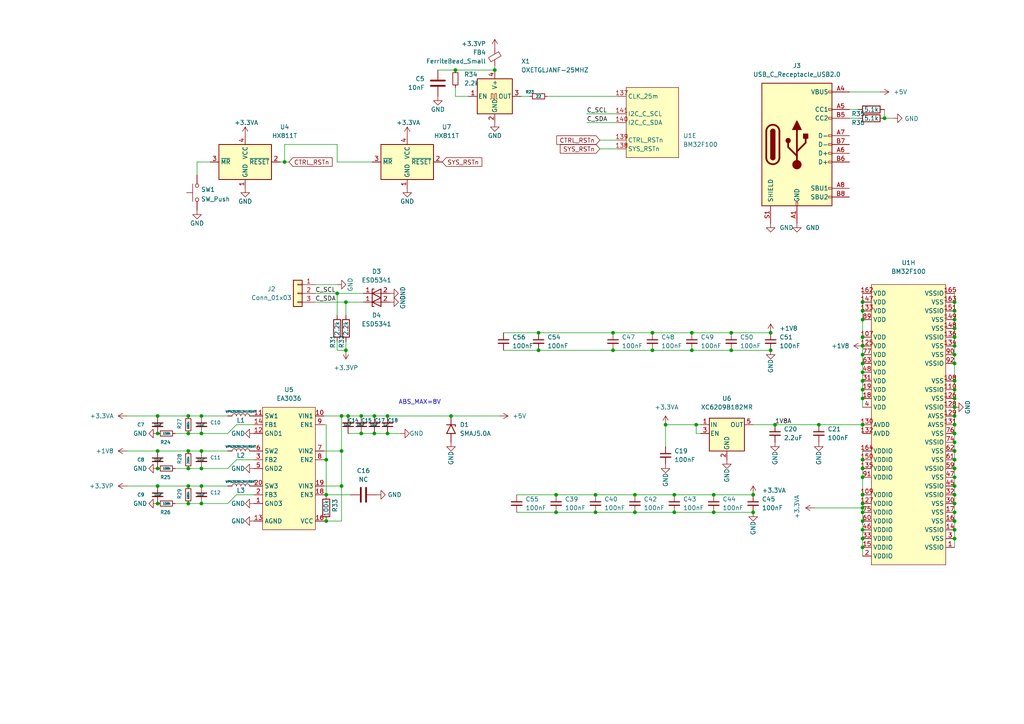
<source format=kicad_sch>
(kicad_sch (version 20211123) (generator eeschema)
  (paper "A4")
  (title_block (title "Clock and Power") (company "Drawn by t123yh") (comment 1 "Eval board for BM32F100"))
  (junction (at 99.06 140.97))
  (junction (at 58.42 146.05))
  (junction (at 276.86 151.13))
  (junction (at 250.19 107.95))
  (junction (at 276.86 105.41))
  (junction (at 108.585 120.65))
  (junction (at 100.965 120.65))
  (junction (at 250.19 156.21))
  (junction (at 250.19 135.89))
  (junction (at 250.19 110.49))
  (junction (at 223.52 96.52))
  (junction (at 218.44 143.51))
  (junction (at 82.55 46.99))
  (junction (at 237.49 123.19))
  (junction (at 58.42 130.81))
  (junction (at 54.61 135.89))
  (junction (at 250.19 90.17))
  (junction (at 54.61 146.05))
  (junction (at 156.21 101.6))
  (junction (at 256.54 34.29))
  (junction (at 94.615 133.35))
  (junction (at 130.81 120.65))
  (junction (at 276.86 130.81))
  (junction (at 45.72 130.81))
  (junction (at 189.23 101.6))
  (junction (at 276.86 92.71))
  (junction (at 250.19 102.87))
  (junction (at 195.58 148.59))
  (junction (at 143.51 20.32))
  (junction (at 207.01 143.51))
  (junction (at 184.15 143.51))
  (junction (at 276.86 102.87))
  (junction (at 112.395 120.65))
  (junction (at 250.19 151.13))
  (junction (at 250.19 158.75))
  (junction (at 276.86 146.05))
  (junction (at 276.86 123.19))
  (junction (at 45.72 125.73))
  (junction (at 58.42 125.73))
  (junction (at 276.86 115.57))
  (junction (at 104.775 125.73))
  (junction (at 132.08 20.32))
  (junction (at 276.86 133.35))
  (junction (at 94.615 143.51))
  (junction (at 58.42 140.97))
  (junction (at 112.395 125.73))
  (junction (at 276.86 140.97))
  (junction (at 276.86 138.43))
  (junction (at 156.21 96.52))
  (junction (at 100.33 87.63))
  (junction (at 218.44 148.59))
  (junction (at 45.72 140.97))
  (junction (at 250.19 147.32))
  (junction (at 276.86 113.03))
  (junction (at 276.86 97.79))
  (junction (at 250.19 115.57))
  (junction (at 250.19 100.33))
  (junction (at 97.79 85.09))
  (junction (at 54.61 120.65))
  (junction (at 276.86 153.67))
  (junction (at 94.615 151.13))
  (junction (at 276.86 118.11))
  (junction (at 100.33 101.6))
  (junction (at 54.61 130.81))
  (junction (at 250.19 143.51))
  (junction (at 250.19 105.41))
  (junction (at 104.775 120.65))
  (junction (at 184.15 148.59))
  (junction (at 193.04 123.19))
  (junction (at 200.66 101.6))
  (junction (at 276.86 125.73))
  (junction (at 54.61 140.97))
  (junction (at 276.86 87.63))
  (junction (at 212.09 101.6))
  (junction (at 54.61 125.73))
  (junction (at 99.06 130.81))
  (junction (at 223.52 101.6))
  (junction (at 276.86 135.89))
  (junction (at 276.86 100.33))
  (junction (at 108.585 125.73))
  (junction (at 45.72 135.89))
  (junction (at 189.23 96.52))
  (junction (at 276.86 120.65))
  (junction (at 200.66 96.52))
  (junction (at 161.29 148.59))
  (junction (at 250.19 133.35))
  (junction (at 276.86 128.27))
  (junction (at 172.72 148.59))
  (junction (at 58.42 135.89))
  (junction (at 161.29 143.51))
  (junction (at 276.86 110.49))
  (junction (at 276.86 95.25))
  (junction (at 212.09 96.52))
  (junction (at 250.19 153.67))
  (junction (at 250.19 123.19))
  (junction (at 276.86 148.59))
  (junction (at 177.8 96.52))
  (junction (at 172.72 143.51))
  (junction (at 195.58 143.51))
  (junction (at 177.8 101.6))
  (junction (at 45.72 120.65))
  (junction (at 250.19 148.59))
  (junction (at 45.72 146.05))
  (junction (at 276.86 90.17))
  (junction (at 224.79 123.19))
  (junction (at 58.42 120.65))
  (junction (at 250.19 92.71))
  (junction (at 250.19 113.03))
  (junction (at 250.19 138.43))
  (junction (at 250.19 87.63))
  (junction (at 250.19 146.05))
  (junction (at 99.06 120.65))
  (junction (at 276.86 143.51))
  (junction (at 250.19 97.79))
  (junction (at 276.86 156.21))
  (junction (at 201.93 123.19))
  (junction (at 207.01 148.59))
  (wire (pts (xy 201.93 125.73) (xy 201.93 123.19)))
  (wire (pts (xy 203.2 125.73) (xy 201.93 125.73)))
  (wire (pts (xy 66.04 146.05) (xy 68.58 143.51)))
  (wire (pts (xy 112.395 120.65) (xy 130.81 120.65)))
  (wire (pts (xy 130.81 120.65) (xy 144.78 120.65)))
  (wire (pts (xy 143.51 19.05) (xy 143.51 20.32)))
  (wire (pts (xy 94.615 143.51) (xy 93.98 143.51)))
  (wire (pts (xy 36.83 120.65) (xy 45.72 120.65)))
  (wire (pts (xy 60.96 46.99) (xy 57.15 46.99)))
  (wire (pts (xy 57.15 46.99) (xy 57.15 50.8)))
  (wire (pts (xy 54.61 130.81) (xy 58.42 130.81)))
  (wire (pts (xy 250.19 151.13) (xy 250.19 153.67)))
  (wire (pts (xy 250.19 138.43) (xy 250.19 143.51)))
  (wire (pts (xy 250.19 135.89) (xy 250.19 138.43)))
  (wire (pts (xy 250.19 130.81) (xy 250.19 133.35)))
  (wire (pts (xy 250.19 133.35) (xy 250.19 135.89)))
  (wire (pts (xy 250.19 148.59) (xy 250.19 151.13)))
  (wire (pts (xy 250.19 147.32) (xy 250.19 148.59)))
  (wire (pts (xy 250.19 146.05) (xy 250.19 147.32)))
  (wire (pts (xy 250.19 143.51) (xy 250.19 146.05)))
  (wire (pts (xy 250.19 113.03) (xy 250.19 115.57)))
  (wire (pts (xy 250.19 105.41) (xy 250.19 107.95)))
  (wire (pts (xy 250.19 102.87) (xy 250.19 105.41)))
  (wire (pts (xy 250.19 100.33) (xy 250.19 102.87)))
  (wire (pts (xy 250.19 107.95) (xy 250.19 110.49)))
  (wire (pts (xy 250.19 110.49) (xy 250.19 113.03)))
  (wire (pts (xy 250.19 92.71) (xy 250.19 97.79)))
  (wire (pts (xy 250.19 97.79) (xy 250.19 100.33)))
  (wire (pts (xy 250.19 85.09) (xy 250.19 87.63)))
  (wire (pts (xy 250.19 87.63) (xy 250.19 90.17)))
  (wire (pts (xy 250.19 90.17) (xy 250.19 92.71)))
  (wire (pts (xy 250.19 123.19) (xy 250.19 125.73)))
  (wire (pts (xy 68.58 133.35) (xy 73.66 133.35)))
  (wire (pts (xy 132.08 20.32) (xy 127 20.32)))
  (wire (pts (xy 93.98 140.97) (xy 99.06 140.97)))
  (wire (pts (xy 93.98 151.13) (xy 94.615 151.13)))
  (wire (pts (xy 66.04 125.73) (xy 68.58 123.19)))
  (wire (pts (xy 218.44 123.19) (xy 224.79 123.19)))
  (wire (pts (xy 224.79 123.19) (xy 237.49 123.19)))
  (wire (pts (xy 94.615 151.13) (xy 99.06 151.13)))
  (wire (pts (xy 50.8 135.89) (xy 54.61 135.89)))
  (wire (pts (xy 212.09 96.52) (xy 223.52 96.52)))
  (wire (pts (xy 189.23 96.52) (xy 200.66 96.52)))
  (wire (pts (xy 177.8 96.52) (xy 189.23 96.52)))
  (wire (pts (xy 200.66 96.52) (xy 212.09 96.52)))
  (wire (pts (xy 156.21 96.52) (xy 177.8 96.52)))
  (wire (pts (xy 146.05 96.52) (xy 156.21 96.52)))
  (wire (pts (xy 68.58 123.19) (xy 73.66 123.19)))
  (wire (pts (xy 94.615 123.19) (xy 94.615 133.35)))
  (wire (pts (xy 201.93 123.19) (xy 203.2 123.19)))
  (wire (pts (xy 193.04 129.54) (xy 193.04 123.19)))
  (wire (pts (xy 193.04 123.19) (xy 201.93 123.19)))
  (wire (pts (xy 104.775 120.65) (xy 100.965 120.65)))
  (wire (pts (xy 132.08 20.32) (xy 143.51 20.32)))
  (wire (pts (xy 100.33 87.63) (xy 105.41 87.63)))
  (wire (pts (xy 91.44 87.63) (xy 100.33 87.63)))
  (wire (pts (xy 58.42 130.81) (xy 66.04 130.81)))
  (wire (pts (xy 236.22 147.32) (xy 250.19 147.32)))
  (wire (pts (xy 132.08 25.4) (xy 132.08 27.94)))
  (wire (pts (xy 207.01 148.59) (xy 218.44 148.59)))
  (wire (pts (xy 99.06 140.97) (xy 99.06 151.13)))
  (wire (pts (xy 50.8 125.73) (xy 54.61 125.73)))
  (wire (pts (xy 66.04 135.89) (xy 68.58 133.35)))
  (wire (pts (xy 256.54 34.29) (xy 259.08 34.29)))
  (wire (pts (xy 54.61 120.65) (xy 58.42 120.65)))
  (wire (pts (xy 250.19 156.21) (xy 250.19 158.75)))
  (wire (pts (xy 250.19 153.67) (xy 250.19 156.21)))
  (wire (pts (xy 250.19 158.75) (xy 250.19 161.29)))
  (wire (pts (xy 68.58 143.51) (xy 73.66 143.51)))
  (wire (pts (xy 237.49 123.19) (xy 250.19 123.19)))
  (wire (pts (xy 173.99 40.64) (xy 179.07 40.64)))
  (wire (pts (xy 58.42 140.97) (xy 66.04 140.97)))
  (wire (pts (xy 97.79 99.06) (xy 97.79 101.6)))
  (wire (pts (xy 97.79 101.6) (xy 100.33 101.6)))
  (wire (pts (xy 100.33 99.06) (xy 100.33 101.6)))
  (wire (pts (xy 45.72 140.97) (xy 54.61 140.97)))
  (wire (pts (xy 54.61 146.05) (xy 58.42 146.05)))
  (wire (pts (xy 212.09 101.6) (xy 223.52 101.6)))
  (wire (pts (xy 189.23 101.6) (xy 200.66 101.6)))
  (wire (pts (xy 177.8 101.6) (xy 189.23 101.6)))
  (wire (pts (xy 200.66 101.6) (xy 212.09 101.6)))
  (wire (pts (xy 97.79 46.99) (xy 97.79 41.91)))
  (wire (pts (xy 93.98 130.81) (xy 99.06 130.81)))
  (wire (pts (xy 58.42 125.73) (xy 66.04 125.73)))
  (wire (pts (xy 94.615 133.35) (xy 94.615 143.51)))
  (wire (pts (xy 54.61 140.97) (xy 58.42 140.97)))
  (wire (pts (xy 116.205 125.73) (xy 112.395 125.73)))
  (wire (pts (xy 97.79 85.09) (xy 97.79 91.44)))
  (wire (pts (xy 256.54 31.75) (xy 256.54 34.29)))
  (wire (pts (xy 100.965 125.73) (xy 104.775 125.73)))
  (wire (pts (xy 99.06 130.81) (xy 99.06 140.97)))
  (wire (pts (xy 132.08 27.94) (xy 135.89 27.94)))
  (wire (pts (xy 108.585 125.73) (xy 112.395 125.73)))
  (wire (pts (xy 156.21 101.6) (xy 177.8 101.6)))
  (wire (pts (xy 93.98 133.35) (xy 94.615 133.35)))
  (wire (pts (xy 36.83 130.81) (xy 45.72 130.81)))
  (wire (pts (xy 50.8 146.05) (xy 54.61 146.05)))
  (wire (pts (xy 94.615 143.51) (xy 101.6 143.51)))
  (wire (pts (xy 97.79 41.91) (xy 82.55 41.91)))
  (wire (pts (xy 108.585 120.65) (xy 104.775 120.65)))
  (wire (pts (xy 83.82 46.99) (xy 82.55 46.99)))
  (wire (pts (xy 93.98 123.19) (xy 94.615 123.19)))
  (wire (pts (xy 170.18 35.56) (xy 179.07 35.56)))
  (wire (pts (xy 91.44 85.09) (xy 97.79 85.09)))
  (wire (pts (xy 97.79 85.09) (xy 105.41 85.09)))
  (wire (pts (xy 170.18 33.02) (xy 179.07 33.02)))
  (wire (pts (xy 97.79 82.55) (xy 91.44 82.55)))
  (wire (pts (xy 195.58 148.59) (xy 207.01 148.59)))
  (wire (pts (xy 172.72 148.59) (xy 184.15 148.59)))
  (wire (pts (xy 184.15 148.59) (xy 195.58 148.59)))
  (wire (pts (xy 248.92 34.29) (xy 246.38 34.29)))
  (wire (pts (xy 54.61 135.89) (xy 58.42 135.89)))
  (wire (pts (xy 255.27 26.67) (xy 246.38 26.67)))
  (wire (pts (xy 108.585 120.65) (xy 112.395 120.65)))
  (wire (pts (xy 45.72 130.81) (xy 54.61 130.81)))
  (wire (pts (xy 158.75 27.94) (xy 179.07 27.94)))
  (wire (pts (xy 173.99 43.18) (xy 179.07 43.18)))
  (wire (pts (xy 149.86 148.59) (xy 161.29 148.59)))
  (wire (pts (xy 161.29 148.59) (xy 172.72 148.59)))
  (wire (pts (xy 104.775 125.73) (xy 108.585 125.73)))
  (wire (pts (xy 100.33 87.63) (xy 100.33 91.44)))
  (wire (pts (xy 195.58 143.51) (xy 207.01 143.51)))
  (wire (pts (xy 172.72 143.51) (xy 184.15 143.51)))
  (wire (pts (xy 184.15 143.51) (xy 195.58 143.51)))
  (wire (pts (xy 58.42 135.89) (xy 66.04 135.89)))
  (wire (pts (xy 248.92 31.75) (xy 246.38 31.75)))
  (wire (pts (xy 207.01 143.51) (xy 218.44 143.51)))
  (wire (pts (xy 276.86 120.65) (xy 276.86 123.19)))
  (wire (pts (xy 276.86 118.11) (xy 276.86 120.65)))
  (wire (pts (xy 276.86 115.57) (xy 276.86 118.11)))
  (wire (pts (xy 276.86 128.27) (xy 276.86 130.81)))
  (wire (pts (xy 276.86 125.73) (xy 276.86 128.27)))
  (wire (pts (xy 276.86 123.19) (xy 276.86 125.73)))
  (wire (pts (xy 276.86 113.03) (xy 276.86 115.57)))
  (wire (pts (xy 276.86 110.49) (xy 276.86 113.03)))
  (wire (pts (xy 276.86 105.41) (xy 276.86 110.49)))
  (wire (pts (xy 276.86 102.87) (xy 276.86 105.41)))
  (wire (pts (xy 276.86 100.33) (xy 276.86 102.87)))
  (wire (pts (xy 276.86 140.97) (xy 276.86 143.51)))
  (wire (pts (xy 276.86 146.05) (xy 276.86 148.59)))
  (wire (pts (xy 276.86 143.51) (xy 276.86 146.05)))
  (wire (pts (xy 276.86 156.21) (xy 276.86 158.75)))
  (wire (pts (xy 276.86 153.67) (xy 276.86 156.21)))
  (wire (pts (xy 276.86 148.59) (xy 276.86 151.13)))
  (wire (pts (xy 276.86 151.13) (xy 276.86 153.67)))
  (wire (pts (xy 276.86 135.89) (xy 276.86 138.43)))
  (wire (pts (xy 276.86 138.43) (xy 276.86 140.97)))
  (wire (pts (xy 276.86 133.35) (xy 276.86 135.89)))
  (wire (pts (xy 276.86 130.81) (xy 276.86 133.35)))
  (wire (pts (xy 276.86 97.79) (xy 276.86 100.33)))
  (wire (pts (xy 276.86 95.25) (xy 276.86 97.79)))
  (wire (pts (xy 276.86 87.63) (xy 276.86 90.17)))
  (wire (pts (xy 276.86 85.09) (xy 276.86 87.63)))
  (wire (pts (xy 276.86 92.71) (xy 276.86 95.25)))
  (wire (pts (xy 276.86 90.17) (xy 276.86 92.71)))
  (wire (pts (xy 45.72 120.65) (xy 54.61 120.65)))
  (wire (pts (xy 250.19 115.57) (xy 250.19 118.11)))
  (wire (pts (xy 58.42 120.65) (xy 66.04 120.65)))
  (wire (pts (xy 58.42 146.05) (xy 66.04 146.05)))
  (wire (pts (xy 151.13 27.94) (xy 153.67 27.94)))
  (wire (pts (xy 82.55 41.91) (xy 82.55 46.99)))
  (wire (pts (xy 100.965 120.65) (xy 99.06 120.65)))
  (wire (pts (xy 97.79 46.99) (xy 107.95 46.99)))
  (wire (pts (xy 93.98 120.65) (xy 99.06 120.65)))
  (wire (pts (xy 99.06 120.65) (xy 99.06 130.81)))
  (wire (pts (xy 161.29 143.51) (xy 172.72 143.51)))
  (wire (pts (xy 149.86 143.51) (xy 161.29 143.51)))
  (wire (pts (xy 54.61 125.73) (xy 58.42 125.73)))
  (wire (pts (xy 82.55 46.99) (xy 81.28 46.99)))
  (wire (pts (xy 146.05 101.6) (xy 156.21 101.6)))
  (wire (pts (xy 36.83 140.97) (xy 45.72 140.97)))
  (text "ABS_MAX=8V\n" (at 115.57 117.475 0) (effects (font (size 1.27 1.27)) (justify left bottom)))
  (label "C_SDA" (at 170.18 35.56 0))
  (label "1V8A" (at 224.79 123.19 0))
  (label "C_SCL" (at 170.18 33.02 0))
  (label "C_SDA" (at 91.44 87.63 0))
  (label "C_SCL" (at 91.44 85.09 0))
  (global_label "SYS_RSTn" (shape input) (at 173.99 43.18 180) (property "插入图纸页参考" "${INTERSHEET_REFS}" (effects hide)))
  (global_label "SYS_RSTn" (shape input) (at 128.27 46.99 0) (property "插入图纸页参考" "${INTERSHEET_REFS}" (effects hide)))
  (global_label "CTRL_RSTn" (shape input) (at 83.82 46.99 0) (property "插入图纸页参考" "${INTERSHEET_REFS}" (effects hide)))
  (global_label "CTRL_RSTn" (shape input) (at 173.99 40.64 180) (property "插入图纸页参考" "${INTERSHEET_REFS}" (effects hide)))
  (symbol (lib_id "Device:C_Small") (at 172.72 146.05 0) (unit 1)
    (property "Reference" "C40" (at 175.26 144.7799 0) (effects (justify left)))
    (property "Value" "100nF" (at 175.26 147.3199 0) (effects (justify left)))
    (property "Footprint" "lc:0402_C" (effects hide))
  )
  (symbol (lib_id "Connector:USB_C_Receptacle_USB2.0") (at 231.14 41.91 0) (unit 1)
    (property "Reference" "J3" (at 231.14 19.05 0))
    (property "Value" "USB_C_Receptacle_USB2.0" (at 231.14 21.59 0))
    (property "Footprint" "Connector_USB:USB_C_Receptacle_HRO_TYPE-C-31-M-12" (effects hide))
    (property "Datasheet" "https://www.usb.org/sites/default/files/documents/usb_type-c.zip" (effects hide))
  )
  (symbol (lib_id "Connector_Generic:Conn_01x03") (at 86.36 85.09 0) (mirror y) (unit 1)
    (property "Reference" "J2" (at 78.74 83.82 0))
    (property "Value" "Conn_01x03" (at 78.74 86.36 0))
    (property "Footprint" "Connector_PinHeader_2.54mm:PinHeader_1x03_P2.54mm_Vertical" (effects hide))
  )
  (symbol (lib_id "Device:C_Small") (at 149.86 146.05 0) (unit 1)
    (property "Reference" "C55" (at 152.4 144.7799 0) (effects (justify left)))
    (property "Value" "100nF" (at 152.4 147.3199 0) (effects (justify left)))
    (property "Footprint" "lc:0402_C" (effects hide))
  )
  (symbol (lib_id "power:GND") (at 224.79 128.27 0) (unit 1)
    (property "Reference" "#PWR041" (effects hide))
    (property "Value" "GND" (at 224.7901 130.81 90) (effects (justify right)))
  )
  (symbol (lib_id "Device:C_Small") (at 156.21 99.06 0) (mirror y) (unit 1)
    (property "Reference" "C54" (at 158.75 97.7962 0) (effects (justify right)))
    (property "Value" "100nF" (at 158.75 100.3362 0) (effects (justify right)))
    (property "Footprint" "lc:0402_C" (effects hide))
  )
  (symbol (lib_id "power:GND") (at 73.66 146.05 270) (unit 1)
    (property "Reference" "#PWR022" (effects hide))
    (property "Value" "GND" (at 71.12 146.0499 90) (effects (justify right)))
  )
  (symbol (lib_id "power:GND") (at 143.51 35.56 0) (unit 1)
    (property "Reference" "#PWR0120" (effects hide))
    (property "Value" "GND" (at 143.51 39.37 0))
  )
  (symbol (lib_id "Device:C_Small") (at 223.52 99.06 0) (unit 1)
    (property "Reference" "C51" (at 226.06 97.7899 0) (effects (justify left)))
    (property "Value" "100nF" (at 226.06 100.3299 0) (effects (justify left)))
    (property "Footprint" "lc:0402_C" (effects hide))
  )
  (symbol (lib_id "Device:C_Small") (at 45.72 123.19 0) (mirror y) (unit 1)
    (property "Reference" "C7" (at 41.91 123.1899 0) (effects (font (size 1 1)) (justify left)))
    (property "Value" "10uF" (at 46.99 123.1899 0) (effects (font (size 0.6 0.6)) (justify left)))
    (property "Footprint" "lc:0805_C" (effects hide))
  )
  (symbol (lib_id "power:GND") (at 73.66 135.89 270) (unit 1)
    (property "Reference" "#PWR021" (effects hide))
    (property "Value" "GND" (at 71.12 135.8899 90) (effects (justify right)))
  )
  (symbol (lib_id "power:GND") (at 193.04 134.62 0) (unit 1)
    (property "Reference" "#PWR038" (effects hide))
    (property "Value" "GND" (at 193.0401 137.16 90) (effects (justify right)))
  )
  (symbol (lib_id "Oscillator:XO32") (at 143.51 27.94 0) (unit 1)
    (property "Reference" "X1" (at 151.13 17.78 0) (effects (justify left)))
    (property "Value" "OXETGLJANF-25MHZ" (at 151.13 20.32 0) (effects (justify left)))
    (property "Footprint" "lc:SMD-3225_4P" (effects hide))
    (property "Datasheet" "https://atta.szlcsc.com/upload/public/pdf/source/20181029/C295526_40B06EEE352F7995043DE5B24C8DED3A.pdf" (effects hide))
  )
  (symbol (lib_id "power:+3.3VA") (at 193.04 123.19 0) (unit 1)
    (property "Reference" "#PWR037" (effects hide))
    (property "Value" "+3.3VA" (at 196.85 118.11 0) (effects (justify right)))
  )
  (symbol (lib_id "power:GND") (at 223.52 64.77 0) (unit 1)
    (property "Reference" "#PWR040" (effects hide))
    (property "Value" "GND" (at 226.06 66.0399 0) (effects (justify left)))
  )
  (symbol (lib_id "power:+3.3VA") (at 118.11 39.37 0) (unit 1)
    (property "Reference" "#PWR032" (effects hide))
    (property "Value" "+3.3VA" (at 121.92 35.56 0) (effects (justify right)))
  )
  (symbol (lib_id "power:GND") (at 73.66 125.73 270) (unit 1)
    (property "Reference" "#PWR020" (effects hide))
    (property "Value" "GND" (at 71.12 125.7299 90) (effects (justify right)))
  )
  (symbol (lib_id "power:GND") (at 113.03 85.09 90) (unit 1)
    (property "Reference" "#PWR035" (effects hide))
    (property "Value" "GND" (at 116.84 85.09 0))
  )
  (symbol (lib_id "Device:C_Small") (at 58.42 143.51 0) (unit 1)
    (property "Reference" "C12" (at 60.96 142.8749 0) (effects (font (size 1 1)) (justify left)))
    (property "Value" "10pF" (at 57.15 143.51 0) (effects (font (size 0.6 0.6)) (justify left)))
    (property "Footprint" "lc:0402_C" (effects hide))
  )
  (symbol (lib_id "power:GND") (at 127 27.94 0) (unit 1)
    (property "Reference" "#PWR0144" (effects hide))
    (property "Value" "GND" (at 127 31.75 0))
  )
  (symbol (lib_id "Device:C_Small") (at 195.58 146.05 0) (unit 1)
    (property "Reference" "C43" (at 198.12 144.7799 0) (effects (justify left)))
    (property "Value" "100nF" (at 198.12 147.3199 0) (effects (justify left)))
    (property "Footprint" "lc:0402_C" (effects hide))
  )
  (symbol (lib_id "Device:C_Small") (at 207.01 146.05 0) (unit 1)
    (property "Reference" "C44" (at 209.55 144.7799 0) (effects (justify left)))
    (property "Value" "100nF" (at 209.55 147.3199 0) (effects (justify left)))
    (property "Footprint" "lc:0402_C" (effects hide))
  )
  (symbol (lib_id "Device:R") (at 94.615 147.32 0) (unit 1)
    (property "Reference" "R33" (at 97.155 148.5899 90) (effects (justify left)))
    (property "Value" "100k" (at 94.615 149.8599 90) (effects (justify left)))
    (property "Footprint" "lc:0402_R" (effects hide))
  )
  (symbol (lib_id "power:GND") (at 276.86 118.11 90) (mirror x) (unit 1)
    (property "Reference" "#PWR048" (effects hide))
    (property "Value" "GND" (at 280.67 118.11 0))
  )
  (symbol (lib_id "power:GND") (at 97.79 82.55 90) (unit 1)
    (property "Reference" "#PWR033" (effects hide))
    (property "Value" "GND" (at 101.6 82.55 0))
  )
  (symbol (lib_id "power:GND") (at 116.205 125.73 90) (unit 1)
    (property "Reference" "#PWR028" (effects hide))
    (property "Value" "GND" (at 118.745 125.7299 90) (effects (justify right)))
  )
  (symbol (lib_id "power:+5V") (at 255.27 26.67 270) (unit 1)
    (property "Reference" "#PWR046" (effects hide))
    (property "Value" "+5V" (at 259.08 26.6699 90) (effects (justify left)))
  )
  (symbol (lib_id "Device:C_Small") (at 189.23 99.06 0) (unit 1)
    (property "Reference" "C48" (at 191.77 97.7899 0) (effects (justify left)))
    (property "Value" "100nF" (at 191.77 100.3299 0) (effects (justify left)))
    (property "Footprint" "lc:0402_C" (effects hide))
  )
  (symbol (lib_id "power:GND") (at 237.49 128.27 0) (unit 1)
    (property "Reference" "#PWR044" (effects hide))
    (property "Value" "GND" (at 237.4901 130.81 90) (effects (justify right)))
  )
  (symbol (lib_id "t123yh_lib2:BM32F100") (at 264.16 81.28 0) (mirror y) (unit 8)
    (property "Reference" "U1" (at 263.525 76.2 0))
    (property "Value" "BM32F100" (at 263.525 78.74 0))
    (property "Footprint" "Package_QFP:VQFP-176_20x20mm_P0.4mm" (effects hide))
  )
  (symbol (lib_id "Device:C_Small") (at 45.72 133.35 0) (mirror y) (unit 1)
    (property "Reference" "C8" (at 41.91 133.3499 0) (effects (font (size 1 1)) (justify left)))
    (property "Value" "10uF" (at 46.99 133.3499 0) (effects (font (size 0.6 0.6)) (justify left)))
    (property "Footprint" "lc:0805_C" (effects hide))
  )
  (symbol (lib_id "Device:R") (at 97.79 95.25 180) (unit 1)
    (property "Reference" "R31" (at 96.52 99.06 90))
    (property "Value" "2.2k" (at 97.79 95.25 90))
    (property "Footprint" "lc:0402_R" (effects hide))
  )
  (symbol (lib_id "Switch:SW_Push") (at 57.15 55.88 90) (unit 1)
    (property "Reference" "SW1" (at 58.2931 54.9715 90) (effects (justify right)))
    (property "Value" "SW_Push" (at 58.2931 57.7466 90) (effects (justify right)))
    (property "Footprint" "Button_Switch_SMD:SW_Push_SPST_NO_Alps_SKRK" (effects hide))
  )
  (symbol (lib_id "Device:R_Small") (at 54.61 143.51 0) (unit 1)
    (property "Reference" "R29" (at 52.07 144.7799 90) (effects (font (size 1 1)) (justify left)))
    (property "Value" "680k" (at 54.61 144.7799 90) (effects (font (size 0.6 0.6)) (justify left)))
    (property "Footprint" "lc:0402_R" (effects hide))
  )
  (symbol (lib_id "Device:C_Small") (at 193.04 132.08 0) (unit 1)
    (property "Reference" "C19" (at 195.58 130.8099 0) (effects (justify left)))
    (property "Value" "100nF" (at 195.58 133.3499 0) (effects (justify left)))
    (property "Footprint" "lc:0402_C" (effects hide))
  )
  (symbol (lib_id "power:GND") (at 57.15 60.96 0) (unit 1)
    (property "Reference" "#PWR018" (effects hide))
    (property "Value" "GND" (at 57.15 64.77 0))
  )
  (symbol (lib_id "Regulator_Linear:TLV71310PDBV") (at 210.82 125.73 0) (unit 1)
    (property "Reference" "U6" (at 210.82 115.57 0))
    (property "Value" "XC6209B182MR" (at 210.82 118.11 0))
    (property "Footprint" "lc:SOT-23-5" (effects hide))
    (property "Datasheet" "https://atta.szlcsc.com/upload/public/pdf/source/20171212/C115153_15130634284141177512.pdf" (effects hide))
  )
  (symbol (lib_id "power:GND") (at 73.66 151.13 270) (unit 1)
    (property "Reference" "#PWR023" (effects hide))
    (property "Value" "GND" (at 71.12 151.1299 90) (effects (justify right)))
  )
  (symbol (lib_id "power:+5V") (at 144.78 120.65 270) (unit 1)
    (property "Reference" "#PWR031" (effects hide))
    (property "Value" "+5V" (at 148.59 120.6499 90) (effects (justify left)))
  )
  (symbol (lib_id "Device:R_Small") (at 132.08 22.86 0) (unit 1)
    (property "Reference" "R34" (at 134.62 21.5899 0) (effects (justify left)))
    (property "Value" "2.2k" (at 134.62 24.1299 0) (effects (justify left)))
    (property "Footprint" "lc:0402_R" (effects hide))
  )
  (symbol (lib_id "power:GND") (at 109.22 143.51 90) (unit 1)
    (property "Reference" "#PWR026" (effects hide))
    (property "Value" "GND" (at 112.395 143.5099 90) (effects (justify right)))
  )
  (symbol (lib_id "power:GND") (at 231.14 64.77 0) (unit 1)
    (property "Reference" "#PWR042" (effects hide))
    (property "Value" "GND" (at 233.68 66.0399 0) (effects (justify left)))
  )
  (symbol (lib_id "Proj:ESD5341") (at 109.22 83.82 0) (unit 1)
    (property "Reference" "D3" (at 109.22 78.74 0))
    (property "Value" "ESD5341" (at 109.22 81.28 0))
    (property "Footprint" "lc:0402_R" (effects hide))
    (property "Datasheet" "https://atta.szlcsc.com//upload/public/pdf/source/20210810/2DDCDF1A44B03077ACF95A0CE0A02844.pdf" (effects hide))
  )
  (symbol (lib_id "Device:C_Small") (at 58.42 133.35 0) (unit 1)
    (property "Reference" "C11" (at 60.96 132.7149 0) (effects (font (size 1 1)) (justify left)))
    (property "Value" "10pF" (at 57.15 133.35 0) (effects (font (size 0.6 0.6)) (justify left)))
    (property "Footprint" "lc:0402_C" (effects hide))
  )
  (symbol (lib_id "power:GND") (at 223.52 101.6 0) (unit 1)
    (property "Reference" "#PWR030" (effects hide))
    (property "Value" "GND" (at 223.5201 104.14 90) (effects (justify right)))
  )
  (symbol (lib_id "power:+3.3VP") (at 100.33 101.6 180) (unit 1)
    (property "Reference" "#PWR034" (effects hide))
    (property "Value" "+3.3VP" (at 100.33 106.68 0))
  )
  (symbol (lib_id "Diode:SM6T56A") (at 130.81 124.46 270) (unit 1)
    (property "Reference" "D1" (at 133.35 123.1899 90) (effects (justify left)))
    (property "Value" "SMAJ5.0A" (at 133.35 125.7299 90) (effects (justify left)))
    (property "Footprint" "Diode_SMD:D_SMA" (effects hide))
    (property "Datasheet" "https://www.st.com/resource/en/datasheet/sm6t.pdf" (effects hide))
  )
  (symbol (lib_id "Device:R_Small") (at 48.26 125.73 90) (unit 1)
    (property "Reference" "R24" (at 49.5299 128.27 90) (effects (font (size 1 1)) (justify left)))
    (property "Value" "150k" (at 49.5299 125.73 90) (effects (font (size 0.6 0.6)) (justify left)))
    (property "Footprint" "lc:0402_R" (effects hide))
  )
  (symbol (lib_id "Proj:ESD5341") (at 109.22 88.9 0) (mirror x) (unit 1)
    (property "Reference" "D4" (at 109.22 91.44 0))
    (property "Value" "ESD5341" (at 109.22 93.98 0))
    (property "Footprint" "lc:0402_R" (effects hide))
    (property "Datasheet" "https://atta.szlcsc.com//upload/public/pdf/source/20210810/2DDCDF1A44B03077ACF95A0CE0A02844.pdf" (effects hide))
  )
  (symbol (lib_id "Device:C_Small") (at 100.965 123.19 0) (mirror x) (unit 1)
    (property "Reference" "C14" (at 100.965 121.9201 0) (effects (font (size 1 1)) (justify left)))
    (property "Value" "10uF" (at 99.695 123.1901 0) (effects (font (size 0.6 0.6)) (justify left)))
    (property "Footprint" "lc:0805_C" (effects hide))
  )
  (symbol (lib_id "t123yh_lib2:BM32F100") (at 187.96 25.4 0) (unit 5)
    (property "Reference" "U1" (at 198.12 39.3699 0) (effects (justify left)))
    (property "Value" "BM32F100" (at 198.12 41.9099 0) (effects (justify left)))
    (property "Footprint" "Package_QFP:VQFP-176_20x20mm_P0.4mm" (effects hide))
  )
  (symbol (lib_id "Device:R_Small") (at 48.26 146.05 90) (unit 1)
    (property "Reference" "R26" (at 49.5299 148.59 90) (effects (font (size 1 1)) (justify left)))
    (property "Value" "150k" (at 49.5299 146.05 90) (effects (font (size 0.6 0.6)) (justify left)))
    (property "Footprint" "lc:0402_R" (effects hide))
  )
  (symbol (lib_id "power:+3.3VA") (at 36.83 120.65 90) (unit 1)
    (property "Reference" "#PWR07" (effects hide))
    (property "Value" "+3.3VA" (at 33.02 120.6499 90) (effects (justify left)))
  )
  (symbol (lib_id "power:GND") (at 45.72 135.89 270) (unit 1)
    (property "Reference" "#PWR013" (effects hide))
    (property "Value" "GND" (at 40.64 135.89 90))
  )
  (symbol (lib_id "power:+3.3VP") (at 143.51 13.97 0) (mirror y) (unit 1)
    (property "Reference" "#PWR0115" (effects hide))
    (property "Value" "+3.3VP" (at 140.97 12.6999 0) (effects (justify left)))
  )
  (symbol (lib_id "power:+3.3VA") (at 71.12 39.37 0) (unit 1)
    (property "Reference" "#PWR010" (effects hide))
    (property "Value" "+3.3VA" (at 74.93 35.56 0) (effects (justify right)))
  )
  (symbol (lib_id "Device:C_Small") (at 108.585 123.19 0) (mirror x) (unit 1)
    (property "Reference" "C17" (at 108.585 121.9201 0) (effects (font (size 1 1)) (justify left)))
    (property "Value" "10uF" (at 107.315 123.1901 0) (effects (font (size 0.6 0.6)) (justify left)))
    (property "Footprint" "lc:0805_C" (effects hide))
  )
  (symbol (lib_id "Device:R_Small") (at 54.61 123.19 0) (unit 1)
    (property "Reference" "R27" (at 52.07 124.4599 90) (effects (font (size 1 1)) (justify left)))
    (property "Value" "680k" (at 54.61 124.4599 90) (effects (font (size 0.6 0.6)) (justify left)))
    (property "Footprint" "lc:0402_R" (effects hide))
  )
  (symbol (lib_id "Device:C") (at 105.41 143.51 90) (unit 1)
    (property "Reference" "C16" (at 105.41 136.525 90))
    (property "Value" "NC" (at 105.41 139.065 90))
    (property "Footprint" "lc:0402_C" (effects hide))
  )
  (symbol (lib_id "Power_Supervisor:MIC811SUY") (at 71.12 46.99 0) (unit 1)
    (property "Reference" "U4" (at 82.55 36.83 0))
    (property "Value" "HX811T" (at 82.55 39.37 0))
    (property "Footprint" "Package_TO_SOT_SMD:SOT-143" (effects hide))
    (property "Datasheet" "http://ww1.microchip.com/downloads/en/DeviceDoc/mic811.pdf" (effects hide))
  )
  (symbol (lib_id "power:+3.3VA") (at 218.44 143.51 0) (unit 1)
    (property "Reference" "#PWR0146" (effects hide))
    (property "Value" "+3.3VA" (at 220.98 142.2399 0) (effects (justify left)))
  )
  (symbol (lib_id "Device:L") (at 69.85 140.97 90) (unit 1)
    (property "Reference" "L3" (at 69.85 142.24 90))
    (property "Value" "WPN252012H1R5MT" (at 69.85 139.7 90) (effects (font (size 0.6 0.6))))
    (property "Footprint" "Inductor_SMD:L_1008_2520Metric" (effects hide))
  )
  (symbol (lib_id "alex:EA3036") (at 83.82 137.16 0) (unit 1)
    (property "Reference" "U5" (at 83.82 113.03 0))
    (property "Value" "EA3036" (at 83.82 115.57 0))
    (property "Footprint" "Package_DFN_QFN:QFN-20-1EP_3x3mm_P0.4mm_EP1.65x1.65mm_ThermalVias" (effects hide))
  )
  (symbol (lib_id "Device:C_Small") (at 104.775 123.19 0) (mirror x) (unit 1)
    (property "Reference" "C15" (at 104.775 121.9201 0) (effects (font (size 1 1)) (justify left)))
    (property "Value" "10uF" (at 103.505 123.1901 0) (effects (font (size 0.6 0.6)) (justify left)))
    (property "Footprint" "lc:0805_C" (effects hide))
  )
  (symbol (lib_id "power:+1V8") (at 223.52 96.52 0) (unit 1)
    (property "Reference" "#PWR027" (effects hide))
    (property "Value" "+1V8" (at 226.06 95.2499 0) (effects (justify left)))
  )
  (symbol (lib_id "Device:C_Small") (at 146.05 99.06 0) (mirror y) (unit 1)
    (property "Reference" "C56" (at 148.59 97.7962 0) (effects (justify right)))
    (property "Value" "100nF" (at 148.59 100.3362 0) (effects (justify right)))
    (property "Footprint" "lc:0402_C" (effects hide))
  )
  (symbol (lib_id "Device:R") (at 100.33 95.25 180) (unit 1)
    (property "Reference" "R32" (at 99.06 99.06 90))
    (property "Value" "2.2k" (at 100.33 95.25 90))
    (property "Footprint" "lc:0402_R" (effects hide))
  )
  (symbol (lib_id "Device:C_Small") (at 224.79 125.73 0) (unit 1)
    (property "Reference" "C20" (at 227.33 124.4599 0) (effects (justify left)))
    (property "Value" "2.2uF" (at 227.33 126.9999 0) (effects (justify left)))
    (property "Footprint" "lc:0402_C" (effects hide))
  )
  (symbol (lib_id "power:GND") (at 259.08 34.29 90) (mirror x) (unit 1)
    (property "Reference" "#PWR047" (effects hide))
    (property "Value" "GND" (at 262.3312 34.417 90) (effects (justify right)))
  )
  (symbol (lib_id "Device:C_Small") (at 200.66 99.06 0) (unit 1)
    (property "Reference" "C49" (at 203.2 97.7899 0) (effects (justify left)))
    (property "Value" "100nF" (at 203.2 100.3299 0) (effects (justify left)))
    (property "Footprint" "lc:0402_C" (effects hide))
  )
  (symbol (lib_id "Power_Supervisor:MIC811SUY") (at 118.11 46.99 0) (unit 1)
    (property "Reference" "U7" (at 129.54 36.83 0))
    (property "Value" "HX811T" (at 129.54 39.37 0))
    (property "Footprint" "Package_TO_SOT_SMD:SOT-143" (effects hide))
    (property "Datasheet" "http://ww1.microchip.com/downloads/en/DeviceDoc/mic811.pdf" (effects hide))
  )
  (symbol (lib_id "Device:C_Small") (at 212.09 99.06 0) (unit 1)
    (property "Reference" "C50" (at 214.63 97.7899 0) (effects (justify left)))
    (property "Value" "100nF" (at 214.63 100.3299 0) (effects (justify left)))
    (property "Footprint" "lc:0402_C" (effects hide))
  )
  (symbol (lib_id "power:GND") (at 71.12 54.61 0) (unit 1)
    (property "Reference" "#PWR011" (effects hide))
    (property "Value" "GND" (at 71.12 58.42 0))
  )
  (symbol (lib_id "Device:C_Small") (at 112.395 123.19 0) (mirror x) (unit 1)
    (property "Reference" "C18" (at 112.395 121.9201 0) (effects (font (size 1 1)) (justify left)))
    (property "Value" "1uF" (at 111.125 123.1901 0) (effects (font (size 0.6 0.6)) (justify left)))
    (property "Footprint" "lc:0402_C" (effects hide))
  )
  (symbol (lib_id "power:GND") (at 113.03 87.63 90) (unit 1)
    (property "Reference" "#PWR036" (effects hide))
    (property "Value" "GND" (at 116.84 87.63 0))
  )
  (symbol (lib_id "power:GND") (at 210.82 133.35 0) (unit 1)
    (property "Reference" "#PWR039" (effects hide))
    (property "Value" "GND" (at 210.8201 135.89 90) (effects (justify right)))
  )
  (symbol (lib_id "Device:C_Small") (at 45.72 143.51 0) (mirror y) (unit 1)
    (property "Reference" "C9" (at 41.91 143.5099 0) (effects (font (size 1 1)) (justify left)))
    (property "Value" "10uF" (at 46.99 143.5099 0) (effects (font (size 0.6 0.6)) (justify left)))
    (property "Footprint" "lc:0805_C" (effects hide))
  )
  (symbol (lib_id "Device:FerriteBead_Small") (at 143.51 16.51 0) (mirror y) (unit 1)
    (property "Reference" "FB4" (at 140.97 15.2018 0) (effects (justify left)))
    (property "Value" "FerriteBead_Small" (at 140.97 17.7418 0) (effects (justify left)))
    (property "Footprint" "lc:0805_L" (effects hide))
  )
  (symbol (lib_id "power:GND") (at 45.72 125.73 270) (unit 1)
    (property "Reference" "#PWR012" (effects hide))
    (property "Value" "GND" (at 40.64 125.73 90))
  )
  (symbol (lib_id "Device:L") (at 69.85 120.65 90) (unit 1)
    (property "Reference" "L1" (at 69.85 121.92 90))
    (property "Value" "WPN252012H1R5MT" (at 69.85 119.38 90) (effects (font (size 0.6 0.6))))
    (property "Footprint" "Inductor_SMD:L_1008_2520Metric" (effects hide))
  )
  (symbol (lib_id "Device:R_Small") (at 48.26 135.89 90) (unit 1)
    (property "Reference" "R25" (at 49.5299 138.43 90) (effects (font (size 1 1)) (justify left)))
    (property "Value" "100k" (at 49.5299 135.89 90) (effects (font (size 0.6 0.6)) (justify left)))
    (property "Footprint" "lc:0402_R" (effects hide))
  )
  (symbol (lib_id "Device:R_Small") (at 54.61 133.35 0) (unit 1)
    (property "Reference" "R28" (at 52.07 134.6199 90) (effects (font (size 1 1)) (justify left)))
    (property "Value" "200k" (at 54.61 134.6199 90) (effects (font (size 0.6 0.6)) (justify left)))
    (property "Footprint" "lc:0402_R" (effects hide))
  )
  (symbol (lib_id "Device:C") (at 127 24.13 0) (mirror x) (unit 1)
    (property "Reference" "C5" (at 123.19 22.8599 0) (effects (justify right)))
    (property "Value" "10nF" (at 123.19 25.3999 0) (effects (justify right)))
    (property "Footprint" "lc:0402_C" (effects hide))
  )
  (symbol (lib_id "Device:C_Small") (at 161.29 146.05 0) (unit 1)
    (property "Reference" "C39" (at 163.83 144.7799 0) (effects (justify left)))
    (property "Value" "100nF" (at 163.83 147.3199 0) (effects (justify left)))
    (property "Footprint" "lc:0402_C" (effects hide))
  )
  (symbol (lib_id "Device:C_Small") (at 58.42 123.19 0) (unit 1)
    (property "Reference" "C10" (at 60.96 122.5549 0) (effects (font (size 1 1)) (justify left)))
    (property "Value" "10pF" (at 57.15 123.19 0) (effects (font (size 0.6 0.6)) (justify left)))
    (property "Footprint" "lc:0402_C" (effects hide))
  )
  (symbol (lib_id "Device:C_Small") (at 177.8 99.06 0) (unit 1)
    (property "Reference" "C47" (at 180.34 97.7899 0) (effects (justify left)))
    (property "Value" "100nF" (at 180.34 100.3299 0) (effects (justify left)))
    (property "Footprint" "lc:0402_C" (effects hide))
  )
  (symbol (lib_id "Device:C_Small") (at 218.44 146.05 0) (unit 1)
    (property "Reference" "C45" (at 220.98 144.7799 0) (effects (justify left)))
    (property "Value" "100nF" (at 220.98 147.3199 0) (effects (justify left)))
    (property "Footprint" "lc:0402_C" (effects hide))
  )
  (symbol (lib_id "power:GND") (at 130.81 128.27 0) (unit 1)
    (property "Reference" "#PWR029" (effects hide))
    (property "Value" "GND" (at 130.8101 130.81 90) (effects (justify right)))
  )
  (symbol (lib_id "Device:R") (at 252.73 31.75 90) (mirror x) (unit 1)
    (property "Reference" "R35" (at 248.92 33.02 90))
    (property "Value" "5.1k" (at 252.73 31.75 90))
    (property "Footprint" "lc:0402_R" (effects hide))
  )
  (symbol (lib_id "Device:R") (at 252.73 34.29 90) (mirror x) (unit 1)
    (property "Reference" "R36" (at 248.92 35.56 90))
    (property "Value" "5.1k" (at 252.73 34.29 90))
    (property "Footprint" "lc:0402_R" (effects hide))
  )
  (symbol (lib_id "Device:C_Small") (at 184.15 146.05 0) (unit 1)
    (property "Reference" "C42" (at 186.69 144.7799 0) (effects (justify left)))
    (property "Value" "100nF" (at 186.69 147.3199 0) (effects (justify left)))
    (property "Footprint" "lc:0402_C" (effects hide))
  )
  (symbol (lib_id "power:GND") (at 118.11 54.61 0) (unit 1)
    (property "Reference" "#PWR0118" (effects hide))
    (property "Value" "GND" (at 118.11 58.42 0))
  )
  (symbol (lib_id "power:GND") (at 218.44 148.59 0) (unit 1)
    (property "Reference" "#PWR0145" (effects hide))
    (property "Value" "GND" (at 218.4401 151.13 90) (effects (justify right)))
  )
  (symbol (lib_id "Device:C_Small") (at 237.49 125.73 0) (unit 1)
    (property "Reference" "C21" (at 240.03 124.4599 0) (effects (justify left)))
    (property "Value" "100nF" (at 240.03 126.9999 0) (effects (justify left)))
    (property "Footprint" "lc:0402_C" (effects hide))
  )
  (symbol (lib_id "Device:R_Small") (at 156.21 27.94 90) (unit 1)
    (property "Reference" "R23" (at 153.67 26.67 90) (effects (font (size 0.8 0.8))))
    (property "Value" "22" (at 156.21 27.94 90) (effects (font (size 0.8 0.8))))
    (property "Footprint" "lc:0402_R" (effects hide))
  )
  (symbol (lib_id "power:GND") (at 45.72 146.05 270) (unit 1)
    (property "Reference" "#PWR014" (effects hide))
    (property "Value" "GND" (at 40.64 146.05 90))
  )
  (symbol (lib_id "power:+1V8") (at 36.83 130.81 90) (unit 1)
    (property "Reference" "#PWR08" (effects hide))
    (property "Value" "+1V8" (at 33.02 130.8099 90) (effects (justify left)))
  )
  (symbol (lib_id "power:+3.3VA") (at 236.22 147.32 90) (unit 1)
    (property "Reference" "#PWR043" (effects hide))
    (property "Value" "+3.3VA" (at 231.14 143.51 0) (effects (justify right)))
  )
  (symbol (lib_id "power:+1V8") (at 250.19 100.33 90) (unit 1)
    (property "Reference" "#PWR045" (effects hide))
    (property "Value" "+1V8" (at 246.38 100.3299 90) (effects (justify left)))
  )
  (symbol (lib_id "Device:L") (at 69.85 130.81 90) (unit 1)
    (property "Reference" "L2" (at 69.85 132.08 90))
    (property "Value" "WPN252012H1R5MT" (at 69.85 129.54 90) (effects (font (size 0.6 0.6))))
    (property "Footprint" "Inductor_SMD:L_1008_2520Metric" (effects hide))
  )
  (symbol (lib_id "power:+3.3VP") (at 36.83 140.97 90) (unit 1)
    (property "Reference" "#PWR09" (effects hide))
    (property "Value" "+3.3VP" (at 33.02 140.9699 90) (effects (justify left)))
  )
)
</source>
